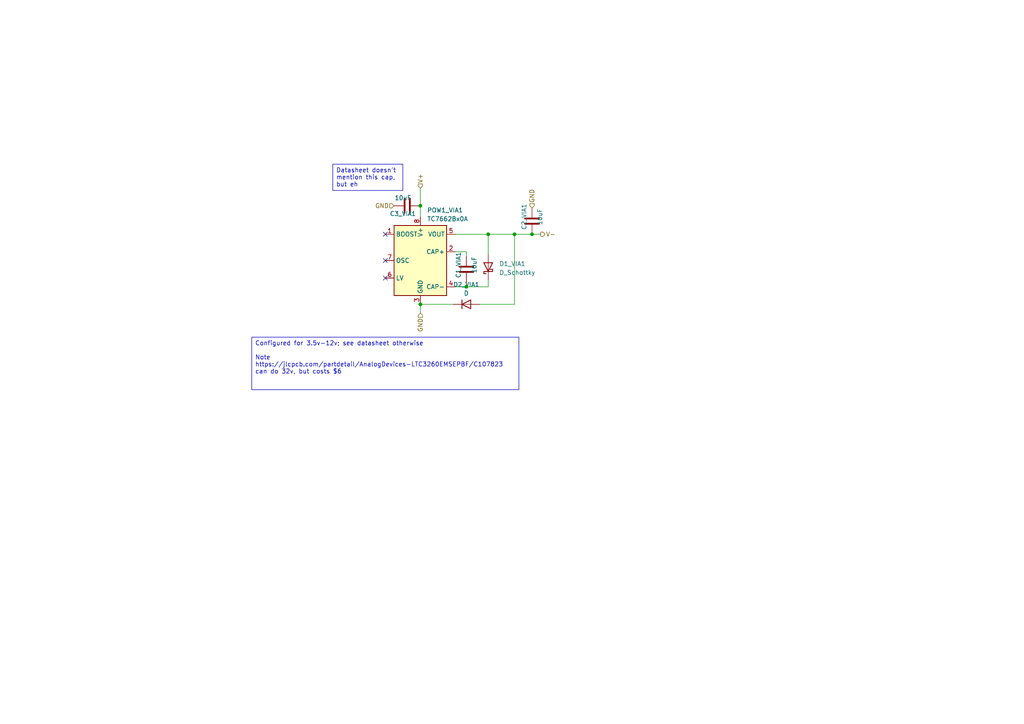
<source format=kicad_sch>
(kicad_sch (version 20230121) (generator eeschema)
  (paper "A4")
  (title_block (title "Voltage Inverter 3.5v-12v") (comment 1 "A little wider range than the other") (comment 2 "Also a little more complicated"))
  (lib_symbols
    (symbol "Converter_DCDC:TC7662Bx0A"
      (property "Reference" "U" (at -6.35 11.43 0))
      (property "Value" "TC7662Bx0A" (at 7.62 11.43 0))
      (symbol "TC7662Bx0A_0_1"
        (rectangle (start -7.62 10.16) (end 7.62 -10.16) (stroke (width 0.254)) (fill (type background)))
      )
      (symbol "TC7662Bx0A_1_1"
        (pin input line (at -10.16 7.62 0) (length 2.54) (name "BOOST") (number "1"))
        (pin passive line (at 10.16 2.54 180) (length 2.54) (name "CAP+") (number "2"))
        (pin power_in line (at 0 -12.7 90) (length 2.54) (name "GND") (number "3"))
        (pin passive line (at 10.16 -7.62 180) (length 2.54) (name "CAP-") (number "4"))
        (pin power_out line (at 10.16 7.62 180) (length 2.54) (name "VOUT") (number "5"))
        (pin input line (at -10.16 -5.08 0) (length 2.54) (name "LV") (number "6"))
        (pin passive line (at -10.16 0 0) (length 2.54) (name "OSC") (number "7"))
        (pin power_in line (at 0 12.7 270) (length 2.54) (name "V+") (number "8"))
      )
    )
    (symbol "Device:C" (pin_numbers hide) (pin_names (offset 0.254))
      (property "Reference" "C" (at 0.635 2.54 0))
      (property "Value" "C" (at 0.635 -2.54 0))
      (symbol "C_0_1"
        (polyline (pts (xy -2.032 -0.762) (xy 2.032 -0.762)) (stroke (width 0.508)))
        (polyline (pts (xy -2.032 0.762) (xy 2.032 0.762)) (stroke (width 0.508)))
      )
      (symbol "C_1_1"
        (pin passive line (at 0 3.81 270) (length 2.794) (name "~") (number "1"))
        (pin passive line (at 0 -3.81 90) (length 2.794) (name "~") (number "2"))
      )
    )
    (symbol "Device:D" (pin_numbers hide) (pin_names (offset 1.016) hide)
      (property "Reference" "D" (at 0 2.54 0))
      (property "Value" "D" (at 0 -2.54 0))
      (symbol "D_0_1"
        (polyline (pts (xy -1.27 1.27) (xy -1.27 -1.27)) (stroke (width 0.254)))
        (polyline (pts (xy 1.27 0) (xy -1.27 0)))
        (polyline (pts (xy 1.27 1.27) (xy 1.27 -1.27) (xy -1.27 0) (xy 1.27 1.27)) (stroke (width 0.254)))
      )
      (symbol "D_1_1"
        (pin passive line (at -3.81 0 0) (length 2.54) (name "K") (number "1"))
        (pin passive line (at 3.81 0 180) (length 2.54) (name "A") (number "2"))
      )
    )
    (symbol "Device:D_Schottky" (pin_numbers hide) (pin_names (offset 1.016) hide)
      (property "Reference" "D" (at 0 2.54 0))
      (property "Value" "D_Schottky" (at 0 -2.54 0))
      (symbol "D_Schottky_0_1"
        (polyline (pts (xy 1.27 0) (xy -1.27 0)))
        (polyline (pts (xy 1.27 1.27) (xy 1.27 -1.27) (xy -1.27 0) (xy 1.27 1.27)) (stroke (width 0.254)))
        (polyline (pts (xy -1.905 0.635) (xy -1.905 1.27) (xy -1.27 1.27) (xy -1.27 -1.27) (xy -0.635 -1.27) (xy -0.635 -0.635)) (stroke (width 0.254)))
      )
      (symbol "D_Schottky_1_1"
        (pin passive line (at -3.81 0 0) (length 2.54) (name "K") (number "1"))
        (pin passive line (at 3.81 0 180) (length 2.54) (name "A") (number "2"))
      )
    )
  )
  (junction (at 121.92 88.265))
  (junction (at 154.305 67.945))
  (junction (at 149.225 67.945))
  (junction (at 135.255 83.185))
  (junction (at 121.92 59.69))
  (junction (at 141.605 67.945))
  (no_connect (at 111.76 67.945))
  (no_connect (at 111.76 80.645))
  (no_connect (at 111.76 75.565))
  (wire (pts (xy 135.255 73.025) (xy 135.255 74.295)))
  (wire (pts (xy 121.92 59.69) (xy 121.92 62.865)))
  (wire (pts (xy 121.92 90.805) (xy 121.92 88.265)))
  (wire (pts (xy 141.605 67.945) (xy 141.605 73.66)))
  (wire (pts (xy 149.225 67.945) (xy 154.305 67.945)))
  (wire (pts (xy 149.225 67.945) (xy 149.225 88.265)))
  (wire (pts (xy 121.92 54.61) (xy 121.92 59.69)))
  (wire (pts (xy 132.08 67.945) (xy 141.605 67.945)))
  (wire (pts (xy 139.065 88.265) (xy 149.225 88.265)))
  (wire (pts (xy 141.605 67.945) (xy 149.225 67.945)))
  (wire (pts (xy 132.08 83.185) (xy 135.255 83.185)))
  (wire (pts (xy 154.305 67.945) (xy 156.845 67.945)))
  (wire (pts (xy 141.605 81.28) (xy 141.605 83.185)))
  (wire (pts (xy 135.255 83.185) (xy 135.255 81.915)))
  (wire (pts (xy 141.605 83.185) (xy 135.255 83.185)))
  (wire (pts (xy 121.92 88.265) (xy 131.445 88.265)))
  (wire (pts (xy 132.08 73.025) (xy 135.255 73.025)))
  (text_box "Configured for 3.5v-12v; see datasheet otherwise\n\nNote https://jlcpcb.com/partdetail/AnalogDevices-LTC3260EMSEPBF/C107823 can do 32v, but costs $6" (at 73.025 97.79 0) (size 77.47 15.24) (effects (font (size 1.27 1.27)) (justify left top)))
  (text_box "Datasheet doesn't mention this cap, but eh" (at 96.52 47.625 0) (size 20.32 7.62) (effects (font (size 1.27 1.27)) (justify left top)))
  (hierarchical_label "GND" (shape input) (at 154.305 60.325 90))
  (hierarchical_label "GND" (shape input) (at 121.92 90.805 270))
  (hierarchical_label "GND" (shape input) (at 114.3 59.69 180))
  (hierarchical_label "V-" (shape output) (at 156.845 67.945 0))
  (hierarchical_label "V+" (shape input) (at 121.92 54.61 90))
  (symbol (lib_id "Device:C") (at 154.305 64.135 0) (unit 1)
    (property "Reference" "C2_VIA1" (at 152.015 62.885 90))
    (property "Value" "10uF" (at 156.605 62.885 90))
    (property "Footprint" "Capacitor_SMD:C_0805_2012Metric" (effects hide))
    (property "MFR" "CL21A106KOQNNNE" (effects hide))
    (property "LCSC" "C1713" (effects hide))
  )
  (symbol (lib_id "Device:C") (at 118.11 59.69 90) (unit 1)
    (property "Reference" "C3_VIA1" (at 116.86 61.98 90))
    (property "Value" "10uF" (at 116.86 57.39 90))
    (property "Footprint" "Capacitor_SMD:C_0805_2012Metric" (effects hide))
    (property "MFR" "CL21A106KOQNNNE" (effects hide))
    (property "LCSC" "C1713" (effects hide))
  )
  (symbol (lib_id "Device:D_Schottky") (at 141.605 77.47 90) (unit 1)
    (property "Reference" "D1_VIA1" (at 144.78 76.5175 90) (effects (justify right)))
    (property "Value" "D_Schottky" (at 144.78 79.0575 90) (effects (justify right)))
    (property "Footprint" "Diode_SMD:D_0402_1005Metric" (effects hide))
    (property "MFR" "RB161QS-40T18R" (effects hide))
    (property "LCSC" "C2837790" (effects hide))
    (property "Description" "40V Single 600mV@1A 1A 0402  Schottky Barrier Diodes (SBD) ROHS" (effects hide))
    (property "URL" "https://jlcpcb.com/partdetail/ROHMSemicon-RB161QS40T18R/C2837790" (effects hide))
  )
  (symbol (lib_id "Device:D") (at 135.255 88.265 0) (unit 1)
    (property "Reference" "D2_VIA1" (at 135.255 82.55 0))
    (property "Value" "D" (at 135.255 85.09 0))
    (property "Footprint" "Diode_SMD:D_0805_2012Metric" (effects hide))
    (property "Sim.Device" "D" (effects hide))
    (property "Sim.Pins" "1=K 2=A" (effects hide))
    (property "MFR" "CD4148WSP" (effects hide))
    (property "LCSC" "C109001" (effects hide))
    (property "Description" "75V 400mW 1.25V@100mA 4ns 150mA 0805  Switching Diode ROHS" (effects hide))
    (property "URL" "https://www.lcsc.com/product-detail/Switching-Diode_LIZ-Elec-LIZ-Elec-CD4148WSP_C109001.html" (effects hide))
  )
  (symbol (lib_id "Device:C") (at 135.255 78.105 0) (unit 1)
    (property "Reference" "C1_VIA1" (at 132.965 76.855 90))
    (property "Value" "10uF" (at 137.555 76.855 90))
    (property "Footprint" "Capacitor_SMD:C_0805_2012Metric" (effects hide))
    (property "MFR" "CL21A106KOQNNNE" (effects hide))
    (property "LCSC" "C1713" (effects hide))
  )
  (symbol (lib_id "Converter_DCDC:TC7662Bx0A") (at 121.92 75.565 0) (unit 1)
    (property "Reference" "POW1_VIA1" (at 123.8759 60.96 0) (effects (justify left)))
    (property "Value" "TC7662Bx0A" (at 123.8759 63.5 0) (effects (justify left)))
    (property "Footprint" "Package_SO:SOIC-8_3.9x4.9mm_P1.27mm" (effects hide))
    (property "Datasheet" "http://ww1.microchip.com/downloads/en/DeviceDoc/21469a.pdf" (effects hide))
    (property "MFR" "ICL7660SCBAZ-T" (effects hide))
    (property "LCSC" "C357815" (effects hide))
    (property "Description" "Charge pump Fixed -12V~-1.5V 45mA 1.5V~12V SOP-8  DC-DC Converters ROHS" (effects hide))
    (property "URL" "https://jlcpcb.com/partdetail/RENESAS-ICL7660SCBAZT/C357815" (effects hide))
  )
)
</source>
